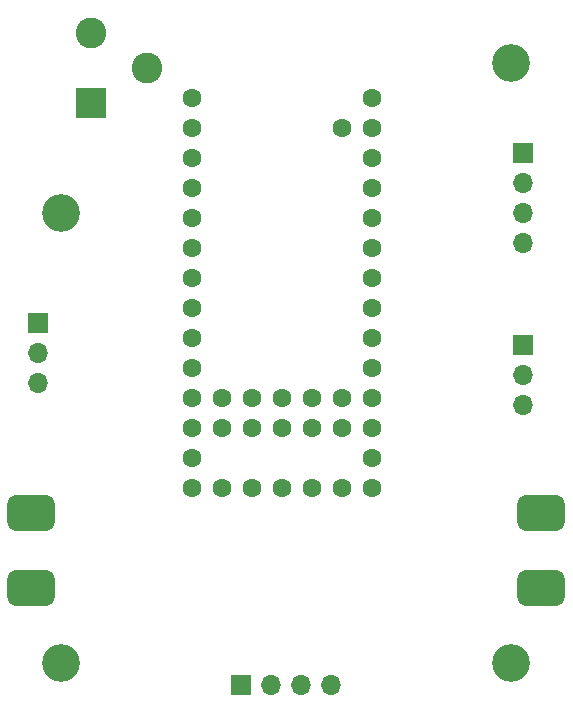
<source format=gbr>
%TF.GenerationSoftware,KiCad,Pcbnew,8.0.5*%
%TF.CreationDate,2025-06-27T14:54:40-05:00*%
%TF.ProjectId,ULACIT 2025,554c4143-4954-4203-9230-32352e6b6963,rev?*%
%TF.SameCoordinates,Original*%
%TF.FileFunction,Soldermask,Top*%
%TF.FilePolarity,Negative*%
%FSLAX46Y46*%
G04 Gerber Fmt 4.6, Leading zero omitted, Abs format (unit mm)*
G04 Created by KiCad (PCBNEW 8.0.5) date 2025-06-27 14:54:40*
%MOMM*%
%LPD*%
G01*
G04 APERTURE LIST*
G04 Aperture macros list*
%AMFreePoly0*
4,1,33,-1.500000,1.250000,-1.484505,1.401663,-1.429731,1.566964,-1.338312,1.715177,-1.215177,1.838312,-1.066964,1.929731,-0.901663,1.984505,-0.750000,2.000000,0.750000,2.000000,0.901663,1.984505,1.066964,1.929731,1.215177,1.838312,1.338312,1.715177,1.429731,1.566964,1.484505,1.401663,1.500000,1.250000,1.500000,-1.250000,1.484505,-1.401663,1.429731,-1.566964,1.338312,-1.715177,
1.215177,-1.838312,1.066964,-1.929731,0.901663,-1.984505,0.750000,-2.000000,-0.750000,-2.000000,-0.901663,-1.984505,-1.066964,-1.929731,-1.215177,-1.838312,-1.338312,-1.715177,-1.429731,-1.566964,-1.484505,-1.401663,-1.500000,-1.250000,-1.500000,1.250000,-1.500000,1.250000,$1*%
G04 Aperture macros list end*
%ADD10R,1.700000X1.700000*%
%ADD11O,1.700000X1.700000*%
%ADD12C,3.200000*%
%ADD13FreePoly0,90.000000*%
%ADD14C,1.600000*%
%ADD15FreePoly0,270.000000*%
%ADD16R,2.600000X2.600000*%
%ADD17C,2.600000*%
G04 APERTURE END LIST*
D10*
%TO.C,J2*%
X48270000Y-80645000D03*
D11*
X50810000Y-80645000D03*
X53350000Y-80645000D03*
X55890000Y-80645000D03*
%TD*%
D12*
%TO.C,REF\u002A\u002A*%
X33020000Y-40640000D03*
%TD*%
D13*
%TO.C,REF\u002A\u002A*%
X73660000Y-72390000D03*
%TD*%
D14*
%TO.C,U1*%
X44070000Y-30940000D03*
X44070000Y-33480000D03*
X44070000Y-36020000D03*
X44070000Y-38560000D03*
X44070000Y-41100000D03*
X44070000Y-43640000D03*
X44070000Y-46180000D03*
X44070000Y-48720000D03*
X44070000Y-51260000D03*
X44070000Y-53800000D03*
X44070000Y-56340000D03*
X44070000Y-58880000D03*
X44070000Y-61420000D03*
X44070000Y-63960000D03*
X46610000Y-63960000D03*
X49150000Y-63960000D03*
X51690000Y-63960000D03*
X54230000Y-63960000D03*
X56770000Y-63960000D03*
X59310000Y-63960000D03*
X59310000Y-61420000D03*
X59310000Y-58880000D03*
X59310000Y-56340000D03*
X59310000Y-53800000D03*
X59310000Y-51260000D03*
X59310000Y-48720000D03*
X59310000Y-46180000D03*
X59310000Y-43640000D03*
X59310000Y-41100000D03*
X59310000Y-38560000D03*
X59310000Y-36020000D03*
X59310000Y-33480000D03*
X59310000Y-30940000D03*
X56770000Y-33480000D03*
X56770000Y-58880000D03*
X56770000Y-56340000D03*
X54230000Y-58880000D03*
X54230000Y-56340000D03*
X51690000Y-58880000D03*
X51690000Y-56340000D03*
X49150000Y-58880000D03*
X49150000Y-56340000D03*
X46610000Y-58880000D03*
X46610000Y-56340000D03*
%TD*%
D12*
%TO.C,REF\u002A\u002A*%
X33020000Y-78740000D03*
%TD*%
D10*
%TO.C,J6*%
X31000000Y-50000000D03*
D11*
X31000000Y-52540000D03*
X31000000Y-55080000D03*
%TD*%
D12*
%TO.C,REF\u002A\u002A*%
X71120000Y-78740000D03*
%TD*%
D10*
%TO.C,J3*%
X72136000Y-35570000D03*
D11*
X72136000Y-38110000D03*
X72136000Y-40650000D03*
X72136000Y-43190000D03*
%TD*%
D15*
%TO.C,REF\u002A\u002A*%
X30480000Y-66040000D03*
%TD*%
D10*
%TO.C,J4*%
X72136000Y-51816000D03*
D11*
X72136000Y-54356000D03*
X72136000Y-56896000D03*
%TD*%
D13*
%TO.C,REF\u002A\u002A*%
X73660000Y-66040000D03*
%TD*%
D15*
%TO.C,REF\u002A\u002A*%
X30480000Y-72390000D03*
%TD*%
D12*
%TO.C,REF\u002A\u002A*%
X71120000Y-27940000D03*
%TD*%
D16*
%TO.C,J1*%
X35560000Y-31400000D03*
D17*
X35560000Y-25400000D03*
X40260000Y-28400000D03*
%TD*%
M02*

</source>
